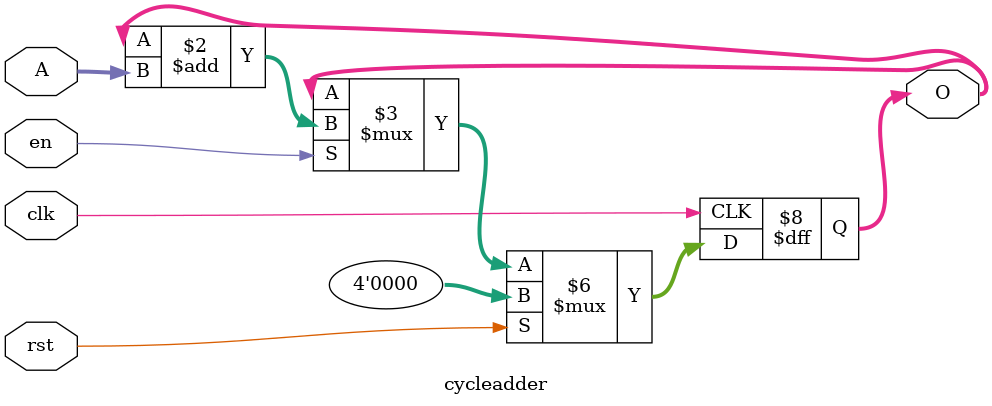
<source format=sv>
module cycleadder(input clk, input rst, input en, input [3:0] A, output [3:0] O);

always_ff @(posedge clk)
    if (rst) O <= 0;
    else if (en) O <= O + A;

endmodule

</source>
